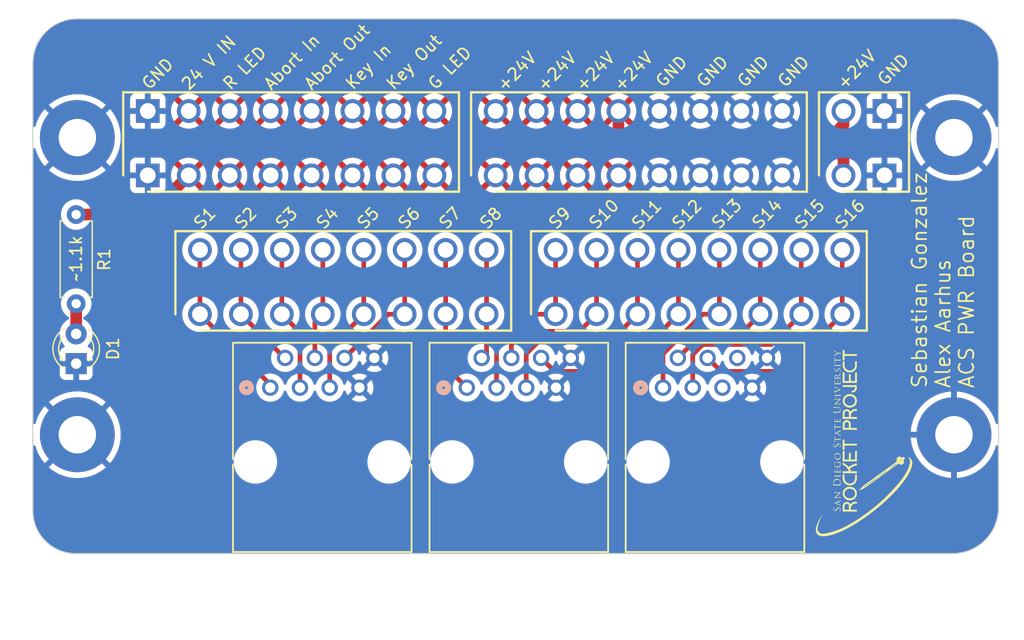
<source format=kicad_pcb>
(kicad_pcb (version 20221018) (generator pcbnew)
  (layers (0 "F.Cu" signal) (31 "B.Cu" power) (34 "B.Paste" user) (35 "F.Paste" user) (36 "B.SilkS" user "B.Silkscreen") (37 "F.SilkS" user "F.Silkscreen") (38 "B.Mask" user) (39 "F.Mask" user) (44 "Edge.Cuts" user))
  (net 0 "")
  (net 1 "Switch9")
  (net 2 "Switch10")
  (net 3 "Switch11")
  (net 4 "Switch12")
  (net 5 "Switch1")
  (net 6 "Switch2")
  (net 7 "Switch3")
  (net 8 "Switch7")
  (net 9 "Switch8")
  (net 10 "GND")
  (net 11 "Switch4")
  (net 12 "Switch5")
  (net 13 "Switch6")
  (net 14 "Switch13")
  (net 15 "Switch14")
  (net 16 "Switch15")
  (net 17 "Switch16")
  (net 20 "Abort In")
  (net 21 "Abort Out")
  (net 22 "+24V")
  (net 23 "Net-(D1-A)")
  (footprint "Resistor_THT:R_Axial_DIN0207_L6.3mm_D2.5mm_P7.62mm_Horizontal" (layer "F.Cu") (at 29.11 42.14 -90)
    (fp_text reference "R1" (at 3.84 -2.4 90) (layer "F.SilkS"))
    (fp_text value "R")
    (pad "1" thru_hole circle (at 0 0 270) (size 1.6 1.6) (drill 0.8) (layers "*.Cu" "*.Mask") (net 20 "Abort In"))
    (pad "2" thru_hole oval (at 7.62 0 270) (size 1.6 1.6) (drill 0.8) (layers "*.Cu" "*.Mask") (net 23 "Net-(D1-A)"))
  )
  (footprint "EthernetConn:CONN_MTJ-889X1_ADM" (layer "F.Cu") (at 79.2699 56.9346)
    (fp_text reference "J8" hide)
    (fp_text value "MTJ-889X1")
    (pad "" np_thru_hole circle (at -1.27 6.35) (size 3.2004 3.2004) (drill 3.2004) (layers "F&B.Cu" "*.Mask"))
    (pad "" np_thru_hole circle (at 10.16 6.35) (size 3.2004 3.2004) (drill 3.2004) (layers "F&B.Cu" "*.Mask"))
    (pad "1" thru_hole circle (at 0 0) (size 1.397 1.397) (drill 0.889) (layers "*.Cu" "*.Mask") (net 14 "Switch13"))
    (pad "2" thru_hole circle (at 1.27 -2.54) (size 1.397 1.397) (drill 0.889) (layers "*.Cu" "*.Mask") (net 15 "Switch14"))
    (pad "3" thru_hole circle (at 2.54 0) (size 1.397 1.397) (drill 0.889) (layers "*.Cu" "*.Mask") (net 16 "Switch15"))
    (pad "4" thru_hole circle (at 3.81 -2.54) (size 1.397 1.397) (drill 0.889) (layers "*.Cu" "*.Mask") (net 17 "Switch16"))
    (pad "5" thru_hole circle (at 5.08 0) (size 1.397 1.397) (drill 0.889) (layers "*.Cu" "*.Mask"))
    (pad "6" thru_hole circle (at 6.35 -2.54) (size 1.397 1.397) (drill 0.889) (layers "*.Cu" "*.Mask"))
    (pad "7" thru_hole circle (at 7.62 0) (size 1.397 1.397) (drill 0.889) (layers "*.Cu" "*.Mask") (net 10 "GND"))
    (pad "8" thru_hole circle (at 8.89 -2.54) (size 1.397 1.397) (drill 0.889) (layers "*.Cu" "*.Mask") (net 10 "GND"))
  )
  (footprint "MountingHole:MountingHole_3.2mm_M3_Pad_TopBottom" (layer "F.Cu") (at 104.14 60.96 45)
    (fp_text reference "H4" hide)
    (fp_text value "MountingHole_Pad" hide)
    (pad "1" thru_hole circle (at 0 0 45) (size 3.6 3.6) (drill 3.2) (layers "*.Cu" "*.Mask") (net 10 "GND"))
    (pad "1" connect circle (at 0 0 45) (size 6.4 6.4) (layers "F.Cu" "F.Mask") (net 10 "GND"))
    (pad "1" connect circle (at 0 0 45) (size 6.4 6.4) (layers "B.Cu" "B.Mask") (net 10 "GND"))
  )
  (footprint "MountingHole:MountingHole_3.2mm_M3_Pad_TopBottom" (layer "F.Cu") (at 29.21 35.56)
    (fp_text reference "H1" hide)
    (fp_text value "MountingHole_Pad" hide)
    (pad "1" thru_hole circle (at 0 0) (size 3.6 3.6) (drill 3.2) (layers "*.Cu" "*.Mask") (net 10 "GND"))
    (pad "1" connect circle (at 0 0) (size 6.4 6.4) (layers "F.Cu" "F.Mask") (net 10 "GND"))
    (pad "1" connect circle (at 0 0) (size 6.4 6.4) (layers "B.Cu" "B.Mask") (net 10 "GND"))
  )
  (footprint "EthernetConn:CONN_MTJ-889X1_ADM" (layer "F.Cu") (at 45.7 56.9346)
    (fp_text reference "J5" hide)
    (fp_text value "MTJ-889X1")
    (pad "" np_thru_hole circle (at -1.27 6.35) (size 3.2004 3.2004) (drill 3.2004) (layers "F&B.Cu" "*.Mask"))
    (pad "" np_thru_hole circle (at 10.16 6.35) (size 3.2004 3.2004) (drill 3.2004) (layers "F&B.Cu" "*.Mask"))
    (pad "1" thru_hole circle (at 0 0) (size 1.397 1.397) (drill 0.889) (layers "*.Cu" "*.Mask") (net 5 "Switch1"))
    (pad "2" thru_hole circle (at 1.27 -2.54) (size 1.397 1.397) (drill 0.889) (layers "*.Cu" "*.Mask") (net 6 "Switch2"))
    (pad "3" thru_hole circle (at 2.54 0) (size 1.397 1.397) (drill 0.889) (layers "*.Cu" "*.Mask") (net 7 "Switch3"))
    (pad "4" thru_hole circle (at 3.81 -2.54) (size 1.397 1.397) (drill 0.889) (layers "*.Cu" "*.Mask") (net 11 "Switch4"))
    (pad "5" thru_hole circle (at 5.08 0) (size 1.397 1.397) (drill 0.889) (layers "*.Cu" "*.Mask") (net 12 "Switch5"))
    (pad "6" thru_hole circle (at 6.35 -2.54) (size 1.397 1.397) (drill 0.889) (layers "*.Cu" "*.Mask") (net 13 "Switch6"))
    (pad "7" thru_hole circle (at 7.62 0) (size 1.397 1.397) (drill 0.889) (layers "*.Cu" "*.Mask") (net 10 "GND"))
    (pad "8" thru_hole circle (at 8.89 -2.54) (size 1.397 1.397) (drill 0.889) (layers "*.Cu" "*.Mask") (net 10 "GND"))
  )
  (footprint "TBLH10V-350-08BK:RHDR16W80P550X350_2X8_2870X850X1420P" (layer "F.Cu") (at 35.23 38.79)
    (fp_text reference "J6" hide)
    (fp_text value "TBLH10V-350-08BK" hide)
    (pad "1" thru_hole rect (at 0 0) (size 2.025 2.025) (drill 1.35) (layers "*.Cu" "*.Mask") (net 10 "GND"))
    (pad "2" thru_hole rect (at 0 -5.5) (size 2.025 2.025) (drill 1.35) (layers "*.Cu" "*.Mask") (net 10 "GND"))
    (pad "3" thru_hole circle (at 3.5 0) (size 2.025 2.025) (drill 1.35) (layers "*.Cu" "*.Mask") (net 20 "Abort In"))
    (pad "4" thru_hole circle (at 3.5 -5.5) (size 2.025 2.025) (drill 1.35) (layers "*.Cu" "*.Mask") (net 20 "Abort In"))
    (pad "5" thru_hole circle (at 7 0) (size 2.025 2.025) (drill 1.35) (layers "*.Cu" "*.Mask") (net 20 "Abort In"))
    (pad "6" thru_hole circle (at 7 -5.5) (size 2.025 2.025) (drill 1.35) (layers "*.Cu" "*.Mask") (net 20 "Abort In"))
    (pad "7" thru_hole circle (at 10.5 0) (size 2.025 2.025) (drill 1.35) (layers "*.Cu" "*.Mask") (net 20 "Abort In"))
    (pad "8" thru_hole circle (at 10.5 -5.5) (size 2.025 2.025) (drill 1.35) (layers "*.Cu" "*.Mask") (net 20 "Abort In"))
    (pad "9" thru_hole circle (at 14 0) (size 2.025 2.025) (drill 1.35) (layers "*.Cu" "*.Mask") (net 21 "Abort Out"))
    (pad "10" thru_hole circle (at 14 -5.5) (size 2.025 2.025) (drill 1.35) (layers "*.Cu" "*.Mask") (net 21 "Abort Out"))
    (pad "11" thru_hole circle (at 17.5 0) (size 2.025 2.025) (drill 1.35) (layers "*.Cu" "*.Mask") (net 21 "Abort Out"))
    (pad "12" thru_hole circle (at 17.5 -5.5) (size 2.025 2.025) (drill 1.35) (layers "*.Cu" "*.Mask") (net 21 "Abort Out"))
    (pad "13" thru_hole circle (at 21 0) (size 2.025 2.025) (drill 1.35) (layers "*.Cu" "*.Mask") (net 22 "+24V"))
    (pad "14" thru_hole circle (at 21 -5.5) (size 2.025 2.025) (drill 1.35) (layers "*.Cu" "*.Mask") (net 22 "+24V"))
    (pad "15" thru_hole circle (at 24.5 0) (size 2.025 2.025) (drill 1.35) (layers "*.Cu" "*.Mask") (net 22 "+24V"))
    (pad "16" thru_hole circle (at 24.5 -5.5) (size 2.025 2.025) (drill 1.35) (layers "*.Cu" "*.Mask") (net 22 "+24V"))
  )
  (footprint "MountingHole:MountingHole_3.2mm_M3_Pad_TopBottom" (layer "F.Cu") (at 29.21 60.96)
    (fp_text reference "H2" hide)
    (fp_text value "MountingHole_Pad" hide)
    (pad "1" thru_hole circle (at 0 0) (size 3.6 3.6) (drill 3.2) (layers "*.Cu" "*.Mask") (net 10 "GND"))
    (pad "1" connect circle (at 0 0) (size 6.4 6.4) (layers "F.Cu" "F.Mask") (net 10 "GND"))
    (pad "1" connect circle (at 0 0) (size 6.4 6.4) (layers "B.Cu" "B.Mask") (net 10 "GND"))
  )
  (footprint "TBLH10V-350-08BK:RHDR16W80P550X350_2X8_2870X850X1420P" (layer "F.Cu") (at 64.965 38.79)
    (fp_text reference "J3" hide)
    (fp_text value "TBLH10V-350-08BK" hide)
    (pad "1" thru_hole circle (at 0 0) (size 2.025 2.025) (drill 1.35) (layers "*.Cu" "*.Mask") (net 22 "+24V"))
    (pad "2" thru_hole circle (at 0 -5.5) (size 2.025 2.025) (drill 1.35) (layers "*.Cu" "*.Mask") (net 22 "+24V"))
    (pad "3" thru_hole circle (at 3.5 0) (size 2.025 2.025) (drill 1.35) (layers "*.Cu" "*.Mask") (net 22 "+24V"))
    (pad "4" thru_hole circle (at 3.5 -5.5) (size 2.025 2.025) (drill 1.35) (layers "*.Cu" "*.Mask") (net 22 "+24V"))
    (pad "5" thru_hole circle (at 7 0) (size 2.025 2.025) (drill 1.35) (layers "*.Cu" "*.Mask") (net 22 "+24V"))
    (pad "6" thru_hole circle (at 7 -5.5) (size 2.025 2.025) (drill 1.35) (layers "*.Cu" "*.Mask") (net 22 "+24V"))
    (pad "7" thru_hole circle (at 10.5 0) (size 2.025 2.025) (drill 1.35) (layers "*.Cu" "*.Mask") (net 22 "+24V"))
    (pad "8" thru_hole circle (at 10.5 -5.5) (size 2.025 2.025) (drill 1.35) (layers "*.Cu" "*.Mask") (net 22 "+24V"))
    (pad "9" thru_hole circle (at 14 0) (size 2.025 2.025) (drill 1.35) (layers "*.Cu" "*.Mask") (net 10 "GND"))
    (pad "10" thru_hole circle (at 14 -5.5) (size 2.025 2.025) (drill 1.35) (layers "*.Cu" "*.Mask") (net 10 "GND"))
    (pad "11" thru_hole circle (at 17.5 0) (size 2.025 2.025) (drill 1.35) (layers "*.Cu" "*.Mask") (net 10 "GND"))
    (pad "12" thru_hole circle (at 17.5 -5.5) (size 2.025 2.025) (drill 1.35) (layers "*.Cu" "*.Mask") (net 10 "GND"))
    (pad "13" thru_hole circle (at 21 0) (size 2.025 2.025) (drill 1.35) (layers "*.Cu" "*.Mask") (net 10 "GND"))
    (pad "14" thru_hole circle (at 21 -5.5) (size 2.025 2.025) (drill 1.35) (layers "*.Cu" "*.Mask") (net 10 "GND"))
    (pad "15" thru_hole circle (at 24.5 0) (size 2.025 2.025) (drill 1.35) (layers "*.Cu" "*.Mask") (net 10 "GND"))
    (pad "16" thru_hole circle (at 24.5 -5.5) (size 2.025 2.025) (drill 1.35) (layers "*.Cu" "*.Mask") (net 10 "GND"))
  )
  (footprint "TBLH10V-350-08BK:RHDR16W80P550X350_2X8_2870X850X1420P" (layer "F.Cu") (at 39.69 50.66)
    (fp_text reference "J11" hide)
    (fp_text value "TBLH10V-350-08BK" hide)
    (pad "1" thru_hole circle (at 0 0) (size 2.025 2.025) (drill 1.35) (layers "*.Cu" "*.Mask") (net 5 "Switch1"))
    (pad "2" thru_hole circle (at 0 -5.5) (size 2.025 2.025) (drill 1.35) (layers "*.Cu" "*.Mask") (net 5 "Switch1"))
    (pad "3" thru_hole circle (at 3.5 0) (size 2.025 2.025) (drill 1.35) (layers "*.Cu" "*.Mask") (net 6 "Switch2"))
    (pad "4" thru_hole circle (at 3.5 -5.5) (size 2.025 2.025) (drill 1.35) (layers "*.Cu" "*.Mask") (net 6 "Switch2"))
    (pad "5" thru_hole circle (at 7 0) (size 2.025 2.025) (drill 1.35) (layers "*.Cu" "*.Mask") (net 7 "Switch3"))
    (pad "6" thru_hole circle (at 7 -5.5) (size 2.025 2.025) (drill 1.35) (layers "*.Cu" "*.Mask") (net 7 "Switch3"))
    (pad "7" thru_hole circle (at 10.5 0) (size 2.025 2.025) (drill 1.35) (layers "*.Cu" "*.Mask") (net 11 "Switch4"))
    (pad "8" thru_hole circle (at 10.5 -5.5) (size 2.025 2.025) (drill 1.35) (layers "*.Cu" "*.Mask") (net 11 "Switch4"))
    (pad "9" thru_hole circle (at 14 0) (size 2.025 2.025) (drill 1.35) (layers "*.Cu" "*.Mask") (net 12 "Switch5"))
    (pad "10" thru_hole circle (at 14 -5.5) (size 2.025 2.025) (drill 1.35) (layers "*.Cu" "*.Mask") (net 12 "Switch5"))
    (pad "11" thru_hole circle (at 17.5 0) (size 2.025 2.025) (drill 1.35) (layers "*.Cu" "*.Mask") (net 13 "Switch6"))
    (pad "12" thru_hole circle (at 17.5 -5.5) (size 2.025 2.025) (drill 1.35) (layers "*.Cu" "*.Mask") (net 13 "Switch6"))
    (pad "13" thru_hole circle (at 21 0) (size 2.025 2.025) (drill 1.35) (layers "*.Cu" "*.Mask") (net 8 "Switch7"))
    (pad "14" thru_hole circle (at 21 -5.5) (size 2.025 2.025) (drill 1.35) (layers "*.Cu" "*.Mask") (net 8 "Switch7"))
    (pad "15" thru_hole circle (at 24.5 0) (size 2.025 2.025) (drill 1.35) (layers "*.Cu" "*.Mask") (net 9 "Switch8"))
    (pad "16" thru_hole circle (at 24.5 -5.5) (size 2.025 2.025) (drill 1.35) (layers "*.Cu" "*.Mask") (net 9 "Switch8"))
  )
  (footprint "LED_THT:LED_D3.0mm" (layer "F.Cu") (at 29.11 54.88 90)
    (fp_text reference "D1" (at 1.27 3.15 90) (layer "F.SilkS"))
    (fp_text value "LED")
    (pad "1" thru_hole rect (at 0 0 90) (size 1.8 1.8) (drill 0.9) (layers "*.Cu" "*.Mask") (net 10 "GND"))
    (pad "2" thru_hole circle (at 2.54 0 90) (size 1.8 1.8) (drill 0.9) (layers "*.Cu" "*.Mask") (net 23 "Net-(D1-A)"))
  )
  (footprint "TBLH10V-350-02BK:RHDR4W80P550X350_2X2_770X850X1420P" (layer "F.Cu") (at 94.7 38.79)
    (fp_text reference "J4" hide)
    (fp_text value "TBLH10V-350-02BK" hide)
    (pad "1" thru_hole circle (at 0 0) (size 2.025 2.025) (drill 1.35) (layers "*.Cu" "F.Mask") (net 22 "+24V"))
    (pad "2" thru_hole circle (at 0 -5.5) (size 2.025 2.025) (drill 1.35) (layers "*.Cu" "*.Mask") (net 22 "+24V"))
    (pad "3" thru_hole rect (at 3.5 0) (size 2.025 2.025) (drill 1.35) (layers "*.Cu" "*.Mask") (net 10 "GND"))
    (pad "4" thru_hole rect (at 3.5 -5.5) (size 2.025 2.025) (drill 1.35) (layers "*.Cu" "*.Mask") (net 10 "GND"))
  )
  (footprint "TBLH10V-350-08BK:RHDR16W80P550X350_2X8_2870X850X1420P" (layer "F.Cu") (at 70.09 50.66)
    (fp_text reference "J2" hide)
    (fp_text value "TBLH10V-350-08BK" hide)
    (pad "1" thru_hole circle (at 0 0) (size 2.025 2.025) (drill 1.35) (layers "*.Cu" "*.Mask") (net 1 "Switch9"))
    (pad "2" thru_hole circle (at 0 -5.5) (size 2.025 2.025) (drill 1.35) (layers "*.Cu" "*.Mask") (net 1 "Switch9"))
    (pad "3" thru_hole circle (at 3.5 0) (size 2.025 2.025) (drill 1.35) (layers "*.Cu" "*.Mask") (net 2 "Switch10"))
    (pad "4" thru_hole circle (at 3.5 -5.5) (size 2.025 2.025) (drill 1.35) (layers "*.Cu" "*.Mask") (net 2 "Switch10"))
    (pad "5" thru_hole circle (at 7 0) (size 2.025 2.025) (drill 1.35) (layers "*.Cu" "*.Mask") (net 3 "Switch11"))
    (pad "6" thru_hole circle (at 7 -5.5) (size 2.025 2.025) (drill 1.35) (layers "*.Cu" "*.Mask") (net 3 "Switch11"))
    (pad "7" thru_hole circle (at 10.5 0) (size 2.025 2.025) (drill 1.35) (layers "*.Cu" "*.Mask") (net 4 "Switch12"))
    (pad "8" thru_hole circle (at 10.5 -5.5) (size 2.025 2.025) (drill 1.35) (layers "*.Cu" "*.Mask") (net 4 "Switch12"))
    (pad "9" thru_hole circle (at 14 0) (size 2.025 2.025) (drill 1.35) (layers "*.Cu" "*.Mask") (net 14 "Switch13"))
    (pad "10" thru_hole circle (at 14 -5.5) (size 2.025 2.025) (drill 1.35) (layers "*.Cu" "*.Mask") (net 14 "Switch13"))
    (pad "11" thru_hole circle (at 17.5 0) (size 2.025 2.025) (drill 1.35) (layers "*.Cu" "*.Mask") (net 15 "Switch14"))
    (pad "12" thru_hole circle (at 17.5 -5.5) (size 2.025 2.025) (drill 1.35) (layers "*.Cu" "*.Mask") (net 15 "Switch14"))
    (pad "13" thru_hole circle (at 21 0) (size 2.025 2.025) (drill 1.35) (layers "*.Cu" "*.Mask") (net 16 "Switch15"))
    (pad "14" thru_hole circle (at 21 -5.5) (size 2.025 2.025) (drill 1.35) (layers "*.Cu" "*.Mask") (net 16 "Switch15"))
    (pad "15" thru_hole circle (at 24.5 0) (size 2.025 2.025) (drill 1.35) (layers "*.Cu" "*.Mask") (net 17 "Switch16"))
    (pad "16" thru_hole circle (at 24.5 -5.5) (size 2.025 2.025) (drill 1.35) (layers "*.Cu" "*.Mask") (net 17 "Switch16"))
  )
  (footprint "MountingHole:MountingHole_3.2mm_M3_Pad_TopBottom" (layer "F.Cu") (at 104.14 35.56)
    (fp_text reference "H3" hide)
    (fp_text value "MountingHole_Pad" hide)
    (pad "1" thru_hole circle (at 0 0) (size 3.6 3.6) (drill 3.2) (layers "*.Cu" "*.Mask") (net 10 "GND"))
    (pad "1" connect circle (at 0 0) (size 6.4 6.4) (layers "F.Cu" "F.Mask") (net 10 "GND"))
    (pad "1" connect circle (at 0 0) (size 6.4 6.4) (layers "B.Cu" "B.Mask") (net 10 "GND"))
  )
  (footprint "EthernetConn:CONN_MTJ-889X1_ADM" (layer "F.Cu") (at 62.4999 56.9346)
    (fp_text reference "J1" hide)
    (fp_text value "MTJ-889X1")
    (pad "" np_thru_hole circle (at -1.27 6.35) (size 3.2004 3.2004) (drill 3.2004) (layers "F&B.Cu" "*.Mask"))
    (pad "" np_thru_hole circle (at 10.16 6.35) (size 3.2004 3.2004) (drill 3.2004) (layers "F&B.Cu" "*.Mask"))
    (pad "1" thru_hole circle (at 0 0) (size 1.397 1.397) (drill 0.889) (layers "*.Cu" "*.Mask") (net 8 "Switch7"))
    (pad "2" thru_hole circle (at 1.27 -2.54) (size 1.397 1.397) (drill 0.889) (layers "*.Cu" "*.Mask") (net 9 "Switch8"))
    (pad "3" thru_hole circle (at 2.54 0) (size 1.397 1.397) (drill 0.889) (layers "*.Cu" "*.Mask") (net 1 "Switch9"))
    (pad "4" thru_hole circle (at 3.81 -2.54) (size 1.397 1.397) (drill 0.889) (layers "*.Cu" "*.Mask") (net 2 "Switch10"))
    (pad "5" thru_hole circle (at 5.08 0) (size 1.397 1.397) (drill 0.889) (layers "*.Cu" "*.Mask") (net 3 "Switch11"))
    (pad "6" thru_hole circle (at 6.35 -2.54) (size 1.397 1.397) (drill 0.889) (layers "*.Cu" "*.Mask") (net 4 "Switch12"))
    (pad "7" thru_hole circle (at 7.62 0) (size 1.397 1.397) (drill 0.889) (layers "*.Cu" "*.Mask") (net 10 "GND"))
    (pad "8" thru_hole circle (at 8.89 -2.54) (size 1.397 1.397) (drill 0.889) (layers "*.Cu" "*.Mask") (net 10 "GND"))
  )
  (footprint "LOGO" (layer "F.Cu") (at 96.46 61.68 90)
    (fp_text reference "G***" hide)
    (fp_text value "LOGO" hide)
  )
  (gr_line (start 29.21 25.4) (end 104.14 25.4) (stroke (width 0.1)) (layer "Edge.Cuts"))
  (gr_arc (start 25.4 29.21) (mid 26.515923 26.515924) (end 29.21 25.4) (stroke (width 0.1)) (layer "Edge.Cuts"))
  (gr_arc (start 104.14 25.4) (mid 106.834076 26.515923) (end 107.95 29.21) (stroke (width 0.1)) (layer "Edge.Cuts"))
  (gr_arc (start 29.21 71.12) (mid 26.47243 70.04757) (end 25.4 67.31) (stroke (width 0.1)) (layer "Edge.Cuts"))
  (gr_line (start 104.14 71.12) (end 29.21 71.12) (stroke (width 0.1)) (layer "Edge.Cuts"))
  (gr_arc (start 107.95 67.31) (mid 106.806203 69.976202) (end 104.14 71.12) (stroke (width 0.1)) (layer "Edge.Cuts"))
  (gr_line (start 107.95 29.21) (end 107.95 67.31) (stroke (width 0.1)) (layer "Edge.Cuts"))
  (gr_line (start 25.4 67.31) (end 25.4 29.21) (stroke (width 0.1)) (layer "Edge.Cuts"))
  (gr_text "24 V IN" (at 38.73 31.7 45) (layer "F.SilkS") (effects (font (size 1 1)) (justify left bottom)))
  (gr_text "S4" (at 50.252855 43.6 45) (layer "F.SilkS") (effects (font (size 1 1)) (justify left bottom)))
  (gr_text "S7" (at 60.73571 43.6 45) (layer "F.SilkS") (effects (font (size 1 1)) (justify left bottom)))
  (gr_text "Key In" (at 52.75 31.65 45) (layer "F.SilkS") (effects (font (size 1 1)) (justify left bottom)))
  (gr_text "GND" (at 98.22 31.313282 45) (layer "F.SilkS") (effects (font (size 1 1)) (justify left bottom)))
  (gr_text "S1" (at 39.77 43.6 45) (layer "F.SilkS") (effects (font (size 1 1)) (justify left bottom)))
  (gr_text "S8" (at 64.23 43.6 45) (layer "F.SilkS") (effects (font (size 1 1)) (justify left bottom)))
  (gr_text "S3" (at 46.75857 43.6 45) (layer "F.SilkS") (effects (font (size 1 1)) (justify left bottom)))
  (gr_text "Key Out" (at 56.24 31.68 45) (layer "F.SilkS") (effects (font (size 1 1)) (justify left bottom)))
  (gr_text "S13" (at 84.05 43.58 45) (layer "F.SilkS") (effects (font (size 1 1)) (justify left bottom)))
  (gr_text "S5" (at 53.74714 43.6 45) (layer "F.SilkS") (effects (font (size 1 1)) (justify left bottom)))
  (gr_text "S10" (at 73.56 43.6 45) (layer "F.SilkS") (effects (font (size 1 1)) (justify left bottom)))
  (gr_text "S14" (at 87.49 43.58 45) (layer "F.SilkS") (effects (font (size 1 1)) (justify left bottom)))
  (gr_text "+24V" (at 69.109995 31.81 45) (layer "F.SilkS") (effects (font (size 1 1)) (justify left bottom)))
  (gr_text "R LED" (at 42.28 31.68 45) (layer "F.SilkS") (effects (font (size 1 1)) (justify left bottom)))
  (gr_text "S12" (at 80.65 43.62 45) (layer "F.SilkS") (effects (font (size 1 1)) (justify left bottom)))
  (gr_text "S6" (at 57.241425 43.6 45) (layer "F.SilkS") (effects (font (size 1 1)) (justify left bottom)))
  (gr_text "S15" (at 91.14 43.6 45) (layer "F.SilkS") (effects (font (size 1 1)) (justify left bottom)))
  (gr_text "GND" (at 82.76 31.473282 45) (layer "F.SilkS") (effects (font (size 1 1)) (justify left bottom)))
  (gr_text "S2" (at 43.264285 43.6 45) (layer "F.SilkS") (effects (font (size 1 1)) (justify left bottom)))
  (gr_text "Abort Out" (at 49.23 31.68 45) (layer "F.SilkS") (effects (font (size 1 1)) (justify left bottom)))
  (gr_text "GND" (at 89.69 31.473282 45) (layer "F.SilkS") (effects (font (size 1 1)) (justify left bottom)))
  (gr_text "GND" (at 86.24 31.473282 45) (layer "F.SilkS") (effects (font (size 1 1)) (justify left bottom)))
  (gr_text "+24V" (at 72.4 31.81 45) (layer "F.SilkS") (effects (font (size 1 1)) (justify left bottom)))
  (gr_text "+24V" (at 75.65 31.81 45) (layer "F.SilkS") (effects (font (size 1 1)) (justify left bottom)))
  (gr_text "Sebastian Gonzalez\nAlex Aarhus\nACS PWR Board" (at 105.95 57.07 90) (layer "F.SilkS") (effects (font (size 1.25 1.25)) (justify left bottom)))
  (gr_text "+24V" (at 94.74 31.65 45) (layer "F.SilkS") (effects (font (size 1 1)) (justify left bottom)))
  (gr_text "GND" (at 35.34 31.67 45) (layer "F.SilkS") (effects (font (size 1 1)) (justify left bottom)))
  (gr_text "GND" (at 79.26 31.473282 45) (layer "F.SilkS") (effects (font (size 1 1)) (justify left bottom)))
  (gr_text "Abort In" (at 45.78 31.7 45) (layer "F.SilkS") (effects (font (size 1 1)) (justify left bottom)))
  (gr_text "~1.1k" (at 29.68 47.94 90) (layer "F.SilkS") (effects (font (size 1 1)) (justify left bottom)))
  (gr_text "+24V" (at 65.691011 31.81 45) (layer "F.SilkS") (effects (font (size 1 1)) (justify left bottom)))
  (gr_text "G LED" (at 59.81 31.68 45) (layer "F.SilkS") (effects (font (size 1 1)) (justify left bottom)))
  (gr_text "S16" (at 94.58 43.6 45) (layer "F.SilkS") (effects (font (size 1 1)) (justify left bottom)))
  (gr_text "S11" (at 77.21 43.62 45) (layer "F.SilkS") (effects (font (size 1 1)) (justify left bottom)))
  (gr_text "S9" (at 70.12 43.6 45) (layer "F.SilkS") (effects (font (size 1 1)) (justify left bottom)))
  (segment (start 65.0399 52.3001) (end 66.68 50.66) (width 0.4) (layer "F.Cu") (net 1))
  (segment (start 66.68 50.66) (end 70.09 50.66) (width 0.4) (layer "F.Cu") (net 1))
  (segment (start 65.0399 56.9346) (end 65.0399 52.3001) (width 0.4) (layer "F.Cu") (net 1))
  (segment (start 70.09 50.66) (end 70.09 45.16) (width 0.4) (layer "F.Cu") (net 1))
  (segment (start 67.4475 52.1225) (end 72.1275 52.1225) (width 0.4) (layer "F.Cu") (net 2))
  (segment (start 73.59 50.66) (end 73.59 45.16) (width 0.4) (layer "F.Cu") (net 2))
  (segment (start 66.3099 53.2601) (end 67.4475 52.1225) (width 0.4) (layer "F.Cu") (net 2))
  (segment (start 66.3099 54.3946) (end 66.3099 53.2601) (width 0.4) (layer "F.Cu") (net 2))
  (segment (start 72.1275 52.1225) (end 73.59 50.66) (width 0.4) (layer "F.Cu") (net 2))
  (segment (start 77.09 45.16) (end 77.09 50.66) (width 0.4) (layer "F.Cu") (net 3))
  (segment (start 74.72 53.03) (end 77.09 50.66) (width 0.4) (layer "F.Cu") (net 3))
  (segment (start 68.590275 53.03) (end 74.72 53.03) (width 0.4) (layer "F.Cu") (net 3))
  (segment (start 67.5799 56.9346) (end 67.5799 54.040375) (width 0.4) (layer "F.Cu") (net 3))
  (segment (start 67.5799 54.040375) (end 68.590275 53.03) (width 0.4) (layer "F.Cu") (net 3))
  (segment (start 80.59 45.16) (end 80.59 50.66) (width 0.4) (layer "F.Cu") (net 4))
  (segment (start 69.9984 55.5431) (end 75.7069 55.5431) (width 0.4) (layer "F.Cu") (net 4))
  (segment (start 75.7069 55.5431) (end 80.59 50.66) (width 0.4) (layer "F.Cu") (net 4))
  (segment (start 68.8499 54.3946) (end 69.9984 55.5431) (width 0.4) (layer "F.Cu") (net 4))
  (segment (start 39.69 50.66) (end 45.7 56.67) (width 0.4) (layer "F.Cu") (net 5))
  (segment (start 39.69 45.16) (end 39.69 50.66) (width 0.4) (layer "F.Cu") (net 5))
  (segment (start 45.7 56.67) (end 45.7 56.9346) (width 0.4) (layer "F.Cu") (net 5))
  (segment (start 43.19 45.16) (end 43.19 50.66) (width 0.4) (layer "F.Cu") (net 6))
  (segment (start 46.9246 54.3946) (end 46.97 54.3946) (width 0.4) (layer "F.Cu") (net 6))
  (segment (start 43.19 50.66) (end 46.9246 54.3946) (width 0.4) (layer "F.Cu") (net 6))
  (segment (start 46.69 50.66) (end 46.69 45.16) (width 0.4) (layer "F.Cu") (net 7))
  (segment (start 48.24 56.9346) (end 48.24 52.21) (width 0.4) (layer "F.Cu") (net 7))
  (segment (start 48.24 52.21) (end 46.69 50.66) (width 0.4) (layer "F.Cu") (net 7))
  (segment (start 60.69 45.16) (end 60.69 50.66) (width 0.4) (layer "F.Cu") (net 8))
  (segment (start 60.69 50.66) (end 60.69 55.1247) (width 0.4) (layer "F.Cu") (net 8))
  (segment (start 60.69 55.1247) (end 62.4999 56.9346) (width 0.4) (layer "F.Cu") (net 8))
  (segment (start 64.19 50.66) (end 64.19 45.16) (width 0.4) (layer "F.Cu") (net 9))
  (segment (start 63.7699 54.3946) (end 64.19 53.9745) (width 0.4) (layer "F.Cu") (net 9))
  (segment (start 64.19 53.9745) (end 64.19 50.66) (width 0.4) (layer "F.Cu") (net 9))
  (segment (start 49.51 51.34) (end 50.19 50.66) (width 0.4) (layer "F.Cu") (net 11))
  (segment (start 49.51 54.3946) (end 49.51 51.34) (width 0.4) (layer "F.Cu") (net 11))
  (segment (start 50.19 50.66) (end 50.19 45.16) (width 0.4) (layer "F.Cu") (net 11))
  (segment (start 53.69 45.16) (end 53.69 50.66) (width 0.4) (layer "F.Cu") (net 12))
  (segment (start 50.78 53.57) (end 50.78 56.9346) (width 0.4) (layer "F.Cu") (net 12))
  (segment (start 53.69 50.66) (end 50.78 53.57) (width 0.4) (layer "F.Cu") (net 12))
  (segment (start 57.19 50.66) (end 57.19 45.16) (width 0.4) (layer "F.Cu") (net 13))
  (segment (start 52.05 54.3946) (end 55.7846 50.66) (width 0.4) (layer "F.Cu") (net 13))
  (segment (start 55.7846 50.66) (end 57.19 50.66) (width 0.4) (layer "F.Cu") (net 13))
  (segment (start 84.09 45.16) (end 84.09 50.66) (width 0.4) (layer "F.Cu") (net 14))
  (segment (start 79.2699 54.0501) (end 82.66 50.66) (width 0.4) (layer "F.Cu") (net 14))
  (segment (start 82.66 50.66) (end 84.09 50.66) (width 0.4) (layer "F.Cu") (net 14))
  (segment (start 79.2699 56.9346) (end 79.2699 54.0501) (width 0.4) (layer "F.Cu") (net 14))
  (segment (start 82.6845 52.25) (end 86 52.25) (width 0.4) (layer "F.Cu") (net 15))
  (segment (start 86 52.25) (end 87.59 50.66) (width 0.4) (layer "F.Cu") (net 15))
  (segment (start 80.5399 54.3946) (end 82.6845 52.25) (width 0.4) (layer "F.Cu") (net 15))
  (segment (start 87.59 45.16) (end 87.59 50.66) (width 0.4) (layer "F.Cu") (net 15))
  (segment (start 81.8099 54.111086) (end 82.674886 53.2461) (width 0.4) (layer "F.Cu") (net 16))
  (segment (start 88.5039 53.2461) (end 91.09 50.66) (width 0.4) (layer "F.Cu") (net 16))
  (segment (start 82.674886 53.2461) (end 88.5039 53.2461) (width 0.4) (layer "F.Cu") (net 16))
  (segment (start 91.09 45.16) (end 91.09 50.66) (width 0.4) (layer "F.Cu") (net 16))
  (segment (start 81.8099 56.9346) (end 81.8099 54.111086) (width 0.4) (layer "F.Cu") (net 16))
  (segment (start 83.0799 54.3946) (end 84.2284 55.5431) (width 0.4) (layer "F.Cu") (net 17))
  (segment (start 94.59 45.16) (end 94.59 50.66) (width 0.4) (layer "F.Cu") (net 17))
  (segment (start 89.7069 55.5431) (end 94.59 50.66) (width 0.4) (layer "F.Cu") (net 17))
  (segment (start 84.2284 55.5431) (end 89.7069 55.5431) (width 0.4) (layer "F.Cu") (net 17))
  (segment (start 35.38 42.14) (end 29.11 42.14) (width 1) (layer "F.Cu") (net 20))
  (segment (start 38.73 38.79) (end 35.38 42.14) (width 1) (layer "F.Cu") (net 20))
  (segment (start 75.46 33.295) (end 75.465 33.29) (width 1) (layer "F.Cu") (net 22))
  (segment (start 94.7 33.29) (end 94.7 34.454227) (width 1) (layer "F.Cu") (net 22))
  (segment (start 75.46 35.35) (end 75.46 33.295) (width 1) (layer "F.Cu") (net 22))
  (segment (start 93.4 35.95) (end 94.7 37.25) (width 1) (layer "F.Cu") (net 22))
  (segment (start 93.204227 35.95) (end 76.06 35.95) (width 1) (layer "F.Cu") (net 22))
  (segment (start 93.204227 35.95) (end 93.4 35.95) (width 1) (layer "F.Cu") (net 22))
  (segment (start 94.7 37.25) (end 94.7 38.79) (width 1) (layer "F.Cu") (net 22))
  (segment (start 94.7 34.454227) (end 93.204227 35.95) (width 1) (layer "F.Cu") (net 22))
  (segment (start 76.06 35.95) (end 75.46 35.35) (width 1) (layer "F.Cu") (net 22))
  (segment (start 29.11 49.76) (end 29.11 52.34) (width 1) (layer "F.Cu") (net 23))
  (zone (net 22) (net_name "+24V") (layer "F.Cu") (priority 5) (connect_pads (clearance 0.5)) (min_thickness 0.25) (fill yes (thermal_gap 0.5) (thermal_bridge_width 0.5))
    (polygon (pts (xy 54.95 31.32) (xy 77.04 31.37) (xy 77 40.92) (xy 54.99 40.89) (xy 54.97 31.32)))
  )
  (zone (net 21) (net_name "Abort Out") (layer "F.Cu") (priority 4) (connect_pads (clearance 0.5)) (min_thickness 0.25) (fill yes (thermal_gap 0.5) (thermal_bridge_width 0.5))
    (polygon (pts (xy 54.260106 31.308455) (xy 54.260106 40.918455) (xy 47.900106 40.978455) (xy 48.02 31.33)))
  )
  (zone (net 20) (net_name "Abort In") (layer "F.Cu") (priority 1) (connect_pads (clearance 0.5)) (min_thickness 0.25) (fill yes (thermal_gap 0.5) (thermal_bridge_width 0.5))
    (polygon (pts (xy 47 31.27) (xy 47 40.84) (xy 37.17 40.87) (xy 37.14 31.3)))
  )
  (zone (net 10) (net_name "GND") (layer "B.Cu") (connect_pads (clearance 0.5)) (min_thickness 0.25) (fill yes (thermal_gap 0.5) (thermal_bridge_width 0.5))
    (polygon (pts (xy 110.008541 24.210294) (xy 110.138541 78.490294) (xy 22.598541 78.080294) (xy 22.718541 23.800294)))
  )
)
</source>
